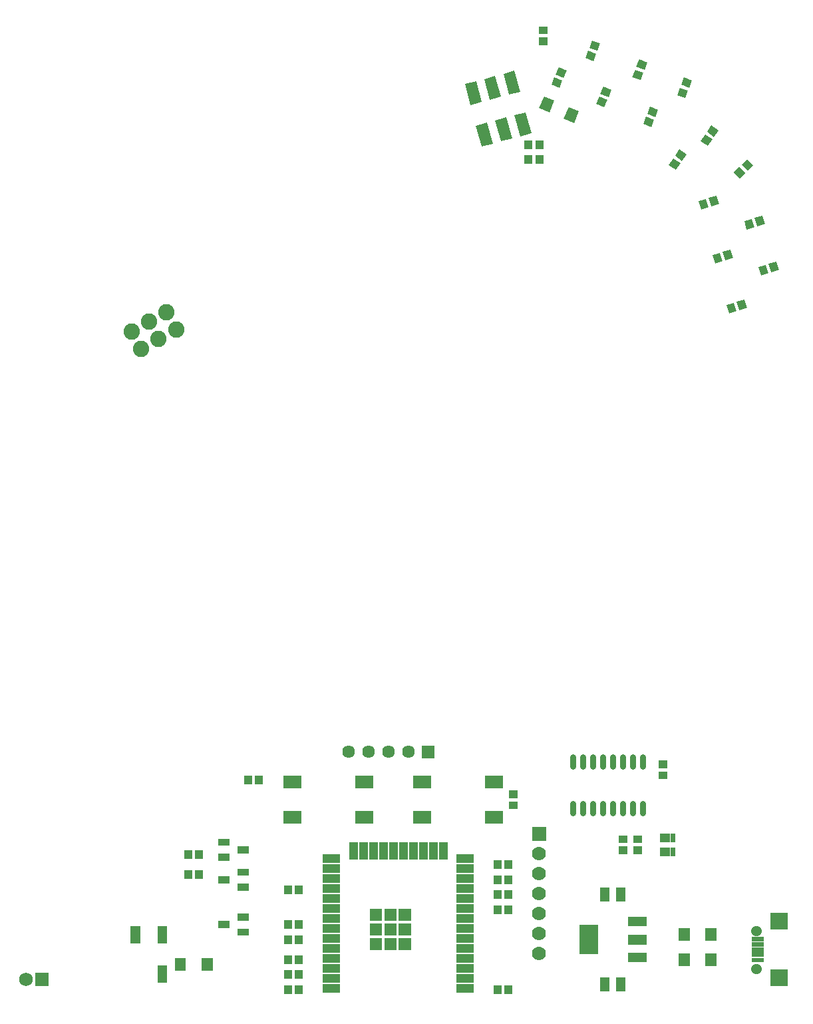
<source format=gbs>
G04 Layer: BottomSolderMaskLayer*
G04 EasyEDA v6.4.17, 2021-02-25T15:28:36--5:00*
G04 aa3373424ab044808dd5acc0b6461e4b,072da06717534aa28f27f5ff42559d36,10*
G04 Gerber Generator version 0.2*
G04 Scale: 100 percent, Rotated: No, Reflected: No *
G04 Dimensions in inches *
G04 leading zeros omitted , absolute positions ,3 integer and 6 decimal *
%FSLAX36Y36*%
%MOIN*%

%ADD46C,0.0513*%
%ADD47C,0.0700*%
%ADD52C,0.0680*%
%ADD54C,0.0637*%
%ADD57C,0.0820*%
%ADD58C,0.0316*%
%ADD60R,0.0946X0.1458*%
%ADD61R,0.0946X0.0513*%
%ADD71R,0.0612X0.0237*%

%LPD*%
D58*
X2875000Y1418377D02*
G01*
X2875000Y1465621D01*
X2925000Y1418377D02*
G01*
X2925000Y1465621D01*
X2975000Y1418377D02*
G01*
X2975000Y1465621D01*
X3025000Y1418377D02*
G01*
X3025000Y1465621D01*
X3075000Y1418377D02*
G01*
X3075000Y1465621D01*
X3125000Y1418377D02*
G01*
X3125000Y1465621D01*
X3175000Y1418377D02*
G01*
X3175000Y1465621D01*
X3225000Y1418377D02*
G01*
X3225000Y1465621D01*
X2875000Y1184378D02*
G01*
X2875000Y1231622D01*
X2925000Y1184378D02*
G01*
X2925000Y1231622D01*
X2975000Y1184378D02*
G01*
X2975000Y1231622D01*
X3025000Y1184378D02*
G01*
X3025000Y1231622D01*
X3075000Y1184378D02*
G01*
X3075000Y1231622D01*
X3125000Y1184378D02*
G01*
X3125000Y1231622D01*
X3175000Y1184378D02*
G01*
X3175000Y1231622D01*
X3225000Y1184378D02*
G01*
X3225000Y1231622D01*
D46*
X3789957Y595470D02*
G01*
X3795862Y595470D01*
X3789957Y404529D02*
G01*
X3795862Y404529D01*
D47*
G01*
X2705000Y480000D03*
G36*
X2670000Y1045000D02*
G01*
X2670000Y1115000D01*
X2740000Y1115000D01*
X2740000Y1045000D01*
G37*
G01*
X2705000Y980000D03*
G01*
X2705000Y880000D03*
G01*
X2705000Y780000D03*
G01*
X2705000Y680000D03*
G01*
X2705000Y580000D03*
G36*
X3090699Y290500D02*
G01*
X3090699Y359499D01*
X3138100Y359499D01*
X3138100Y290500D01*
G37*
G36*
X3011899Y290500D02*
G01*
X3011899Y359499D01*
X3059300Y359499D01*
X3059300Y290500D01*
G37*
G36*
X3011899Y740500D02*
G01*
X3011899Y809499D01*
X3059300Y809499D01*
X3059300Y740500D01*
G37*
G36*
X3090699Y740500D02*
G01*
X3090699Y809499D01*
X3138100Y809499D01*
X3138100Y740500D01*
G37*
D60*
G01*
X2953000Y550000D03*
D61*
G01*
X3196999Y459450D03*
G36*
X3149700Y524299D02*
G01*
X3149700Y575700D01*
X3244300Y575700D01*
X3244300Y524299D01*
G37*
G01*
X3196999Y640549D03*
G36*
X3405399Y543400D02*
G01*
X3405399Y606599D01*
X3460699Y606599D01*
X3460699Y543400D01*
G37*
G36*
X3539300Y543400D02*
G01*
X3539300Y606599D01*
X3594600Y606599D01*
X3594600Y543400D01*
G37*
G36*
X3405399Y418400D02*
G01*
X3405399Y481599D01*
X3460699Y481599D01*
X3460699Y418400D01*
G37*
G36*
X3539300Y418400D02*
G01*
X3539300Y481599D01*
X3594600Y481599D01*
X3594600Y418400D01*
G37*
G36*
X1227700Y1328299D02*
G01*
X1227700Y1371700D01*
X1267200Y1371700D01*
X1267200Y1328299D01*
G37*
G36*
X1282799Y1328299D02*
G01*
X1282799Y1371700D01*
X1322299Y1371700D01*
X1322299Y1328299D01*
G37*
G36*
X2632700Y4508299D02*
G01*
X2632700Y4551700D01*
X2672200Y4551700D01*
X2672200Y4508299D01*
G37*
G36*
X2687799Y4508299D02*
G01*
X2687799Y4551700D01*
X2727299Y4551700D01*
X2727299Y4508299D01*
G37*
G36*
X2632700Y4433299D02*
G01*
X2632700Y4476700D01*
X2672200Y4476700D01*
X2672200Y4433299D01*
G37*
G36*
X2687799Y4433299D02*
G01*
X2687799Y4476700D01*
X2727299Y4476700D01*
X2727299Y4433299D01*
G37*
G36*
X2879700Y4639000D02*
G01*
X2828900Y4660599D01*
X2853500Y4718699D01*
X2904399Y4697100D01*
G37*
G36*
X2756499Y4691300D02*
G01*
X2705600Y4712900D01*
X2730299Y4770999D01*
X2781099Y4749400D01*
G37*
G36*
X2532799Y903299D02*
G01*
X2532799Y946700D01*
X2572299Y946700D01*
X2572299Y903299D01*
G37*
G36*
X2477700Y903299D02*
G01*
X2477700Y946700D01*
X2517200Y946700D01*
X2517200Y903299D01*
G37*
G36*
X2532799Y828299D02*
G01*
X2532799Y871700D01*
X2572299Y871700D01*
X2572299Y828299D01*
G37*
G36*
X2477700Y828299D02*
G01*
X2477700Y871700D01*
X2517200Y871700D01*
X2517200Y828299D01*
G37*
G36*
X2532799Y753299D02*
G01*
X2532799Y796700D01*
X2572299Y796700D01*
X2572299Y753299D01*
G37*
G36*
X2477700Y753299D02*
G01*
X2477700Y796700D01*
X2517200Y796700D01*
X2517200Y753299D01*
G37*
G36*
X2532799Y678299D02*
G01*
X2532799Y721700D01*
X2572299Y721700D01*
X2572299Y678299D01*
G37*
G36*
X2477700Y678299D02*
G01*
X2477700Y721700D01*
X2517200Y721700D01*
X2517200Y678299D01*
G37*
G36*
X180399Y315999D02*
G01*
X180399Y384000D01*
X248400Y384000D01*
X248400Y315999D01*
G37*
D52*
G01*
X135599Y350000D03*
G36*
X1014300Y393400D02*
G01*
X1014300Y456599D01*
X1069600Y456599D01*
X1069600Y393400D01*
G37*
G36*
X880399Y393400D02*
G01*
X880399Y456599D01*
X935699Y456599D01*
X935699Y393400D01*
G37*
G36*
X793199Y530100D02*
G01*
X793199Y616799D01*
X840600Y616799D01*
X840600Y530100D01*
G37*
G36*
X793199Y333200D02*
G01*
X793199Y419899D01*
X840600Y419899D01*
X840600Y333200D01*
G37*
G36*
X659400Y530100D02*
G01*
X659400Y616799D01*
X706799Y616799D01*
X706799Y530100D01*
G37*
G36*
X1427700Y778299D02*
G01*
X1427700Y821700D01*
X1467200Y821700D01*
X1467200Y778299D01*
G37*
G36*
X1482799Y778299D02*
G01*
X1482799Y821700D01*
X1522299Y821700D01*
X1522299Y778299D01*
G37*
G36*
X1097200Y607199D02*
G01*
X1097200Y642800D01*
X1154399Y642800D01*
X1154399Y607199D01*
G37*
G36*
X1195600Y569800D02*
G01*
X1195600Y605399D01*
X1252799Y605399D01*
X1252799Y569800D01*
G37*
G36*
X1195600Y644600D02*
G01*
X1195600Y680199D01*
X1252799Y680199D01*
X1252799Y644600D01*
G37*
G36*
X1195600Y982199D02*
G01*
X1195600Y1017800D01*
X1252799Y1017800D01*
X1252799Y982199D01*
G37*
G36*
X1097200Y1019600D02*
G01*
X1097200Y1055199D01*
X1154399Y1055199D01*
X1154399Y1019600D01*
G37*
G36*
X1097200Y944800D02*
G01*
X1097200Y980399D01*
X1154399Y980399D01*
X1154399Y944800D01*
G37*
G36*
X1097200Y832199D02*
G01*
X1097200Y867800D01*
X1154399Y867800D01*
X1154399Y832199D01*
G37*
G36*
X1195600Y794800D02*
G01*
X1195600Y830399D01*
X1252799Y830399D01*
X1252799Y794800D01*
G37*
G36*
X1195600Y869600D02*
G01*
X1195600Y905199D01*
X1252799Y905199D01*
X1252799Y869600D01*
G37*
G36*
X1427700Y603299D02*
G01*
X1427700Y646700D01*
X1467200Y646700D01*
X1467200Y603299D01*
G37*
G36*
X1482799Y603299D02*
G01*
X1482799Y646700D01*
X1522299Y646700D01*
X1522299Y603299D01*
G37*
G36*
X982799Y853299D02*
G01*
X982799Y896700D01*
X1022299Y896700D01*
X1022299Y853299D01*
G37*
G36*
X927700Y853299D02*
G01*
X927700Y896700D01*
X967200Y896700D01*
X967200Y853299D01*
G37*
G36*
X982799Y953299D02*
G01*
X982799Y996700D01*
X1022299Y996700D01*
X1022299Y953299D01*
G37*
G36*
X927700Y953299D02*
G01*
X927700Y996700D01*
X967200Y996700D01*
X967200Y953299D01*
G37*
G36*
X3103299Y977699D02*
G01*
X3103299Y1017199D01*
X3146700Y1017199D01*
X3146700Y977699D01*
G37*
G36*
X3103299Y1032800D02*
G01*
X3103299Y1072300D01*
X3146700Y1072300D01*
X3146700Y1032800D01*
G37*
G36*
X3178299Y977699D02*
G01*
X3178299Y1017199D01*
X3221700Y1017199D01*
X3221700Y977699D01*
G37*
G36*
X3178299Y1032800D02*
G01*
X3178299Y1072300D01*
X3221700Y1072300D01*
X3221700Y1032800D01*
G37*
G36*
X1783800Y1306999D02*
G01*
X1783800Y1370100D01*
X1874499Y1370100D01*
X1874499Y1306999D01*
G37*
G36*
X1425500Y1306999D02*
G01*
X1425500Y1370100D01*
X1516199Y1370100D01*
X1516199Y1306999D01*
G37*
G36*
X1783800Y1129899D02*
G01*
X1783800Y1193000D01*
X1874499Y1193000D01*
X1874499Y1129899D01*
G37*
G36*
X1425500Y1129899D02*
G01*
X1425500Y1193000D01*
X1516199Y1193000D01*
X1516199Y1129899D01*
G37*
G36*
X2002700Y642699D02*
G01*
X2002700Y703000D01*
X2063100Y703000D01*
X2063100Y642699D01*
G37*
G36*
X1930399Y642699D02*
G01*
X1930399Y703000D01*
X1990799Y703000D01*
X1990799Y642699D01*
G37*
G36*
X1858199Y642699D02*
G01*
X1858199Y703000D01*
X1918599Y703000D01*
X1918599Y642699D01*
G37*
G36*
X1858199Y498200D02*
G01*
X1858199Y558499D01*
X1918599Y558499D01*
X1918599Y498200D01*
G37*
G36*
X1930399Y498200D02*
G01*
X1930399Y558499D01*
X1990799Y558499D01*
X1990799Y498200D01*
G37*
G36*
X2002700Y498200D02*
G01*
X2002700Y558499D01*
X2063100Y558499D01*
X2063100Y498200D01*
G37*
G36*
X2002700Y570399D02*
G01*
X2002700Y630799D01*
X2063100Y630799D01*
X2063100Y570399D01*
G37*
G36*
X1858199Y570399D02*
G01*
X1858199Y630799D01*
X1918599Y630799D01*
X1918599Y570399D01*
G37*
G36*
X1930399Y570399D02*
G01*
X1930399Y630799D01*
X1990799Y630799D01*
X1990799Y570399D01*
G37*
G36*
X2291300Y283600D02*
G01*
X2291300Y326999D01*
X2378000Y326999D01*
X2378000Y283600D01*
G37*
G36*
X2291300Y333600D02*
G01*
X2291300Y376999D01*
X2378000Y376999D01*
X2378000Y333600D01*
G37*
G36*
X2291300Y383600D02*
G01*
X2291300Y426999D01*
X2378000Y426999D01*
X2378000Y383600D01*
G37*
G36*
X2291300Y433600D02*
G01*
X2291300Y476999D01*
X2378000Y476999D01*
X2378000Y433600D01*
G37*
G36*
X2291300Y483600D02*
G01*
X2291300Y526999D01*
X2378000Y526999D01*
X2378000Y483600D01*
G37*
G36*
X2291300Y533600D02*
G01*
X2291300Y576999D01*
X2378000Y576999D01*
X2378000Y533600D01*
G37*
G36*
X2291300Y583600D02*
G01*
X2291300Y626999D01*
X2378000Y626999D01*
X2378000Y583600D01*
G37*
G36*
X2291300Y633600D02*
G01*
X2291300Y676999D01*
X2378000Y676999D01*
X2378000Y633600D01*
G37*
G36*
X2291300Y683600D02*
G01*
X2291300Y726999D01*
X2378000Y726999D01*
X2378000Y683600D01*
G37*
G36*
X2291300Y733600D02*
G01*
X2291300Y776999D01*
X2378000Y776999D01*
X2378000Y733600D01*
G37*
G36*
X2291300Y783600D02*
G01*
X2291300Y826999D01*
X2378000Y826999D01*
X2378000Y783600D01*
G37*
G36*
X2291300Y833600D02*
G01*
X2291300Y876999D01*
X2378000Y876999D01*
X2378000Y833600D01*
G37*
G36*
X2291300Y883600D02*
G01*
X2291300Y926999D01*
X2378000Y926999D01*
X2378000Y883600D01*
G37*
G36*
X2291300Y933600D02*
G01*
X2291300Y976999D01*
X2378000Y976999D01*
X2378000Y933600D01*
G37*
G36*
X2203299Y951300D02*
G01*
X2203299Y1038099D01*
X2246700Y1038099D01*
X2246700Y951300D01*
G37*
G36*
X2153299Y951300D02*
G01*
X2153299Y1038099D01*
X2196700Y1038099D01*
X2196700Y951300D01*
G37*
G36*
X2103299Y951300D02*
G01*
X2103299Y1038099D01*
X2146700Y1038099D01*
X2146700Y951300D01*
G37*
G36*
X2053299Y951300D02*
G01*
X2053299Y1038099D01*
X2096700Y1038099D01*
X2096700Y951300D01*
G37*
G36*
X2003299Y951300D02*
G01*
X2003299Y1038099D01*
X2046700Y1038099D01*
X2046700Y951300D01*
G37*
G36*
X1953299Y951300D02*
G01*
X1953299Y1038099D01*
X1996700Y1038099D01*
X1996700Y951300D01*
G37*
G36*
X1903299Y951300D02*
G01*
X1903299Y1038099D01*
X1946700Y1038099D01*
X1946700Y951300D01*
G37*
G36*
X1853299Y951300D02*
G01*
X1853299Y1038099D01*
X1896700Y1038099D01*
X1896700Y951300D01*
G37*
G36*
X1803299Y951300D02*
G01*
X1803299Y1038099D01*
X1846700Y1038099D01*
X1846700Y951300D01*
G37*
G36*
X1753299Y951300D02*
G01*
X1753299Y1038099D01*
X1796700Y1038099D01*
X1796700Y951300D01*
G37*
G36*
X1621999Y933600D02*
G01*
X1621999Y976999D01*
X1708699Y976999D01*
X1708699Y933600D01*
G37*
G36*
X1621999Y883600D02*
G01*
X1621999Y926999D01*
X1708699Y926999D01*
X1708699Y883600D01*
G37*
G36*
X1621999Y833600D02*
G01*
X1621999Y876999D01*
X1708699Y876999D01*
X1708699Y833600D01*
G37*
G36*
X1621999Y783600D02*
G01*
X1621999Y826999D01*
X1708699Y826999D01*
X1708699Y783600D01*
G37*
G36*
X1621999Y733600D02*
G01*
X1621999Y776999D01*
X1708699Y776999D01*
X1708699Y733600D01*
G37*
G36*
X1621999Y683600D02*
G01*
X1621999Y726999D01*
X1708699Y726999D01*
X1708699Y683600D01*
G37*
G36*
X1621999Y633600D02*
G01*
X1621999Y676999D01*
X1708699Y676999D01*
X1708699Y633600D01*
G37*
G36*
X1621999Y583600D02*
G01*
X1621999Y626999D01*
X1708699Y626999D01*
X1708699Y583600D01*
G37*
G36*
X1621999Y533600D02*
G01*
X1621999Y576999D01*
X1708699Y576999D01*
X1708699Y533600D01*
G37*
G36*
X1621999Y483600D02*
G01*
X1621999Y526999D01*
X1708699Y526999D01*
X1708699Y483600D01*
G37*
G36*
X1621999Y433600D02*
G01*
X1621999Y476999D01*
X1708699Y476999D01*
X1708699Y433600D01*
G37*
G36*
X1621999Y383600D02*
G01*
X1621999Y426999D01*
X1708699Y426999D01*
X1708699Y383600D01*
G37*
G36*
X1621999Y333600D02*
G01*
X1621999Y376999D01*
X1708699Y376999D01*
X1708699Y333600D01*
G37*
G36*
X1621999Y283600D02*
G01*
X1621999Y326999D01*
X1708699Y326999D01*
X1708699Y283600D01*
G37*
G36*
X2433800Y1306999D02*
G01*
X2433800Y1370100D01*
X2524499Y1370100D01*
X2524499Y1306999D01*
G37*
G36*
X2075500Y1306999D02*
G01*
X2075500Y1370100D01*
X2166199Y1370100D01*
X2166199Y1306999D01*
G37*
G36*
X2433800Y1129899D02*
G01*
X2433800Y1193000D01*
X2524499Y1193000D01*
X2524499Y1129899D01*
G37*
G36*
X2075500Y1129899D02*
G01*
X2075500Y1193000D01*
X2166199Y1193000D01*
X2166199Y1129899D01*
G37*
G36*
X2118199Y1458099D02*
G01*
X2118199Y1521799D01*
X2181899Y1521799D01*
X2181899Y1458099D01*
G37*
D54*
G01*
X2050000Y1490000D03*
G01*
X1950000Y1490000D03*
G01*
X1850000Y1490000D03*
G01*
X1750000Y1490000D03*
G36*
X3338100Y967899D02*
G01*
X3338100Y1011300D01*
X3361899Y1011300D01*
X3361899Y967899D01*
G37*
G36*
X3312500Y967899D02*
G01*
X3312500Y1011300D01*
X3336300Y1011300D01*
X3336300Y967899D01*
G37*
G36*
X3312500Y1038699D02*
G01*
X3312500Y1082199D01*
X3336300Y1082199D01*
X3336300Y1038699D01*
G37*
G36*
X3338100Y1038699D02*
G01*
X3338100Y1082199D01*
X3361899Y1082199D01*
X3361899Y1038699D01*
G37*
G36*
X3363699Y1038699D02*
G01*
X3363699Y1082199D01*
X3387500Y1082199D01*
X3387500Y1038699D01*
G37*
G36*
X3363699Y967899D02*
G01*
X3363699Y1011300D01*
X3387500Y1011300D01*
X3387500Y967899D01*
G37*
D71*
G01*
X3801769Y448820D03*
G36*
X3771199Y462500D02*
G01*
X3771199Y486300D01*
X3832299Y486300D01*
X3832299Y462500D01*
G37*
G36*
X3771199Y488099D02*
G01*
X3771199Y511900D01*
X3832299Y511900D01*
X3832299Y488099D01*
G37*
G36*
X3771199Y513699D02*
G01*
X3771199Y537500D01*
X3832299Y537500D01*
X3832299Y513699D01*
G37*
G36*
X3771199Y539299D02*
G01*
X3771199Y563099D01*
X3832299Y563099D01*
X3832299Y539299D01*
G37*
G36*
X3863699Y600300D02*
G01*
X3863699Y683099D01*
X3950500Y683099D01*
X3950500Y600300D01*
G37*
G36*
X3863699Y316900D02*
G01*
X3863699Y399699D01*
X3950500Y399699D01*
X3950500Y316900D01*
G37*
G36*
X1427700Y353299D02*
G01*
X1427700Y396700D01*
X1467200Y396700D01*
X1467200Y353299D01*
G37*
G36*
X1482799Y353299D02*
G01*
X1482799Y396700D01*
X1522299Y396700D01*
X1522299Y353299D01*
G37*
G36*
X1427700Y528299D02*
G01*
X1427700Y571700D01*
X1467200Y571700D01*
X1467200Y528299D01*
G37*
G36*
X1482799Y528299D02*
G01*
X1482799Y571700D01*
X1522299Y571700D01*
X1522299Y528299D01*
G37*
G36*
X3303299Y1407800D02*
G01*
X3303299Y1447300D01*
X3346700Y1447300D01*
X3346700Y1407800D01*
G37*
G36*
X3303299Y1352699D02*
G01*
X3303299Y1392199D01*
X3346700Y1392199D01*
X3346700Y1352699D01*
G37*
G36*
X1427700Y278299D02*
G01*
X1427700Y321700D01*
X1467200Y321700D01*
X1467200Y278299D01*
G37*
G36*
X1482799Y278299D02*
G01*
X1482799Y321700D01*
X1522299Y321700D01*
X1522299Y278299D01*
G37*
G36*
X2532799Y278299D02*
G01*
X2532799Y321700D01*
X2572299Y321700D01*
X2572299Y278299D01*
G37*
G36*
X2477700Y278299D02*
G01*
X2477700Y321700D01*
X2517200Y321700D01*
X2517200Y278299D01*
G37*
G36*
X1427700Y428299D02*
G01*
X1427700Y471700D01*
X1467200Y471700D01*
X1467200Y428299D01*
G37*
G36*
X1482799Y428299D02*
G01*
X1482799Y471700D01*
X1522299Y471700D01*
X1522299Y428299D01*
G37*
G36*
X2553299Y1257800D02*
G01*
X2553299Y1297300D01*
X2596700Y1297300D01*
X2596700Y1257800D01*
G37*
G36*
X2553299Y1202699D02*
G01*
X2553299Y1242199D01*
X2596700Y1242199D01*
X2596700Y1202699D01*
G37*
G36*
X2703299Y5027700D02*
G01*
X2703299Y5067199D01*
X2746700Y5067199D01*
X2746700Y5027700D01*
G37*
G36*
X2703299Y5082800D02*
G01*
X2703299Y5122300D01*
X2746700Y5122300D01*
X2746700Y5082800D01*
G37*
G36*
X2979200Y4948099D02*
G01*
X2938400Y4963000D01*
X2951899Y5000100D01*
X2992700Y4985200D01*
G37*
G36*
X2998100Y4999899D02*
G01*
X2957299Y5014800D01*
X2970799Y5051900D01*
X3011599Y5036999D01*
G37*
G36*
X3213299Y4853099D02*
G01*
X3172799Y4868600D01*
X3186899Y4905500D01*
X3227500Y4889899D01*
G37*
G36*
X3233100Y4904499D02*
G01*
X3192500Y4920100D01*
X3206700Y4956900D01*
X3247200Y4941399D01*
G37*
G36*
X3439200Y4763099D02*
G01*
X3398400Y4778000D01*
X3411899Y4815100D01*
X3452700Y4800200D01*
G37*
G36*
X3458100Y4814899D02*
G01*
X3417299Y4829800D01*
X3430799Y4866900D01*
X3471599Y4851999D01*
G37*
G36*
X3550699Y4523800D02*
G01*
X3515100Y4548699D01*
X3537700Y4581100D01*
X3573299Y4556100D01*
G37*
G36*
X3582299Y4568899D02*
G01*
X3546700Y4593899D01*
X3569300Y4626199D01*
X3604899Y4601300D01*
G37*
G36*
X3711899Y4361199D02*
G01*
X3681199Y4391900D01*
X3709099Y4419800D01*
X3739799Y4389099D01*
G37*
G36*
X3750900Y4400200D02*
G01*
X3720200Y4430900D01*
X3748100Y4458800D01*
X3778800Y4428099D01*
G37*
G36*
X3746099Y4105399D02*
G01*
X3733400Y4146900D01*
X3771199Y4158499D01*
X3783900Y4116900D01*
G37*
G36*
X3798800Y4121500D02*
G01*
X3786099Y4163099D01*
X3823900Y4174600D01*
X3836599Y4133099D01*
G37*
G36*
X3816700Y3874699D02*
G01*
X3803299Y3915999D01*
X3840900Y3928200D01*
X3854300Y3886900D01*
G37*
G36*
X3869099Y3891799D02*
G01*
X3855699Y3933099D01*
X3893299Y3945300D01*
X3906700Y3904000D01*
G37*
G36*
X2806499Y4813000D02*
G01*
X2766499Y4829899D01*
X2781999Y4866300D01*
X2821899Y4849299D01*
G37*
G36*
X2828000Y4863699D02*
G01*
X2788100Y4880700D01*
X2803500Y4916999D01*
X2843500Y4900100D01*
G37*
G36*
X3032399Y4718000D02*
G01*
X2992100Y4734299D01*
X3006899Y4770900D01*
X3047200Y4754600D01*
G37*
G36*
X3053100Y4769099D02*
G01*
X3012799Y4785400D01*
X3027600Y4821999D01*
X3067899Y4805700D01*
G37*
G36*
X3267399Y4618000D02*
G01*
X3227100Y4634299D01*
X3241899Y4670900D01*
X3282200Y4654600D01*
G37*
G36*
X3288100Y4669099D02*
G01*
X3247799Y4685400D01*
X3262600Y4721999D01*
X3302899Y4705700D01*
G37*
G36*
X3390699Y4403800D02*
G01*
X3355100Y4428699D01*
X3377700Y4461100D01*
X3413299Y4436100D01*
G37*
G36*
X3422299Y4448899D02*
G01*
X3386700Y4473899D01*
X3409300Y4506199D01*
X3444899Y4481300D01*
G37*
G36*
X3516700Y4204699D02*
G01*
X3503299Y4245999D01*
X3540900Y4258200D01*
X3554300Y4216900D01*
G37*
G36*
X3569099Y4221799D02*
G01*
X3555699Y4263099D01*
X3593299Y4275300D01*
X3606700Y4234000D01*
G37*
G36*
X3586700Y3934699D02*
G01*
X3573299Y3975999D01*
X3610900Y3988200D01*
X3624300Y3946900D01*
G37*
G36*
X3639099Y3951799D02*
G01*
X3625699Y3993099D01*
X3663299Y4005300D01*
X3676700Y3964000D01*
G37*
G36*
X3656700Y3684699D02*
G01*
X3643299Y3725999D01*
X3680900Y3738200D01*
X3694300Y3696900D01*
G37*
G36*
X3709099Y3701799D02*
G01*
X3695699Y3743099D01*
X3733299Y3755300D01*
X3746700Y3714000D01*
G37*
G36*
X2361599Y4728299D02*
G01*
X2333599Y4832600D01*
X2389600Y4847600D01*
X2417600Y4743299D01*
G37*
G36*
X2417200Y4520599D02*
G01*
X2389200Y4625000D01*
X2445299Y4640000D01*
X2473199Y4535599D01*
G37*
G36*
X2458100Y4754200D02*
G01*
X2430200Y4858499D01*
X2486199Y4873499D01*
X2514200Y4769200D01*
G37*
G36*
X2513800Y4546500D02*
G01*
X2485799Y4650799D01*
X2541899Y4665799D01*
X2569799Y4561500D01*
G37*
G36*
X2554700Y4780000D02*
G01*
X2526800Y4884400D01*
X2582799Y4899400D01*
X2610799Y4795000D01*
G37*
G36*
X2610399Y4572399D02*
G01*
X2582399Y4676700D01*
X2638400Y4691700D01*
X2666400Y4587399D01*
G37*
D57*
G01*
X886700Y3604749D03*
G01*
X838220Y3692210D03*
G01*
X799239Y3556269D03*
G01*
X750760Y3643730D03*
G01*
X711779Y3507790D03*
G01*
X663299Y3595250D03*
M02*

</source>
